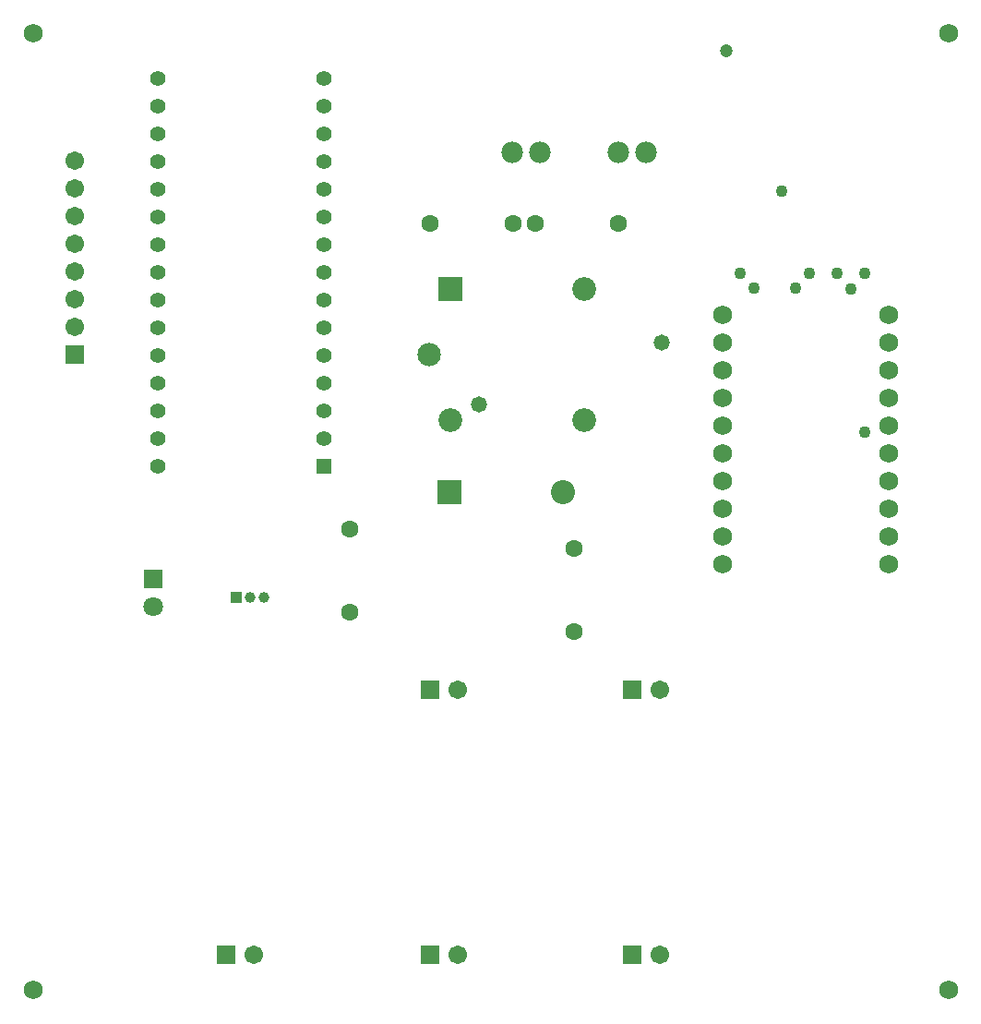
<source format=gbs>
G04*
G04 #@! TF.GenerationSoftware,Altium Limited,Altium Designer,22.5.1 (42)*
G04*
G04 Layer_Color=16711935*
%FSLAX44Y44*%
%MOMM*%
G71*
G04*
G04 #@! TF.SameCoordinates,43CECC40-30F0-40CD-AD13-C48B7C853053*
G04*
G04*
G04 #@! TF.FilePolarity,Negative*
G04*
G01*
G75*
%ADD19R,2.2032X2.2032*%
%ADD20C,2.2032*%
%ADD21C,1.0032*%
%ADD22R,1.0032X1.0032*%
%ADD23R,1.4140X1.4140*%
%ADD24C,1.4140*%
%ADD25C,1.7272*%
%ADD26R,1.7032X1.7032*%
%ADD27C,1.7032*%
%ADD28C,1.2032*%
%ADD29R,1.7032X1.7032*%
%ADD30C,2.1832*%
%ADD31C,2.1382*%
%ADD32R,2.1832X2.1832*%
%ADD33C,1.9812*%
%ADD34C,1.8032*%
%ADD35R,1.8032X1.8032*%
%ADD36C,1.6032*%
%ADD37C,1.4732*%
%ADD38C,1.1032*%
D19*
X404900Y473710D02*
D03*
D20*
X509500D02*
D03*
D21*
X234950Y377190D02*
D03*
X222250D02*
D03*
D22*
X209550D02*
D03*
D23*
X289560Y497205D02*
D03*
D24*
Y522605D02*
D03*
Y548005D02*
D03*
Y573405D02*
D03*
Y598805D02*
D03*
Y624205D02*
D03*
Y649605D02*
D03*
Y675005D02*
D03*
Y700405D02*
D03*
Y725805D02*
D03*
Y751205D02*
D03*
Y776605D02*
D03*
Y802005D02*
D03*
Y827405D02*
D03*
Y852805D02*
D03*
X137160D02*
D03*
Y827405D02*
D03*
Y802005D02*
D03*
Y776605D02*
D03*
Y751205D02*
D03*
Y725805D02*
D03*
Y700405D02*
D03*
Y675005D02*
D03*
Y649605D02*
D03*
Y624205D02*
D03*
Y598805D02*
D03*
Y573405D02*
D03*
Y548005D02*
D03*
Y522605D02*
D03*
Y497205D02*
D03*
D25*
X655320Y636270D02*
D03*
Y610870D02*
D03*
Y585470D02*
D03*
Y560070D02*
D03*
Y534670D02*
D03*
Y509270D02*
D03*
Y483870D02*
D03*
Y458470D02*
D03*
Y433070D02*
D03*
Y407670D02*
D03*
X807720D02*
D03*
Y433070D02*
D03*
Y458470D02*
D03*
Y483870D02*
D03*
Y509270D02*
D03*
Y534670D02*
D03*
Y560070D02*
D03*
Y585470D02*
D03*
Y610870D02*
D03*
Y636270D02*
D03*
X862860Y16870D02*
D03*
Y894080D02*
D03*
X22860Y16870D02*
D03*
Y894080D02*
D03*
D26*
X572372Y292188D02*
D03*
Y49618D02*
D03*
X386952D02*
D03*
X200262D02*
D03*
X387350Y292100D02*
D03*
D27*
X597772Y292188D02*
D03*
Y49618D02*
D03*
X412352D02*
D03*
X225662D02*
D03*
X412750Y292100D02*
D03*
X60960Y624840D02*
D03*
Y650240D02*
D03*
Y675640D02*
D03*
Y701040D02*
D03*
Y726440D02*
D03*
Y751840D02*
D03*
Y777240D02*
D03*
D28*
X659130Y878380D02*
D03*
D29*
X60960Y599440D02*
D03*
D30*
X528360Y659440D02*
D03*
Y539440D02*
D03*
X406360D02*
D03*
D31*
X386360Y599440D02*
D03*
D32*
X406360Y659440D02*
D03*
D33*
X585470Y784860D02*
D03*
X560070D02*
D03*
X462280D02*
D03*
X487680D02*
D03*
D34*
X133350Y368300D02*
D03*
D35*
Y393700D02*
D03*
D36*
X313690Y439420D02*
D03*
Y363220D02*
D03*
X519430Y421640D02*
D03*
Y345440D02*
D03*
X560070Y720090D02*
D03*
X483870D02*
D03*
X463550D02*
D03*
X387350D02*
D03*
D37*
X599440Y610870D02*
D03*
X431800Y553720D02*
D03*
D38*
X786130Y528320D02*
D03*
X773290Y659593D02*
D03*
X786130Y674370D02*
D03*
X722630Y660400D02*
D03*
X684530D02*
D03*
X671830Y674370D02*
D03*
X709930Y749300D02*
D03*
X735330Y674370D02*
D03*
X760730D02*
D03*
M02*

</source>
